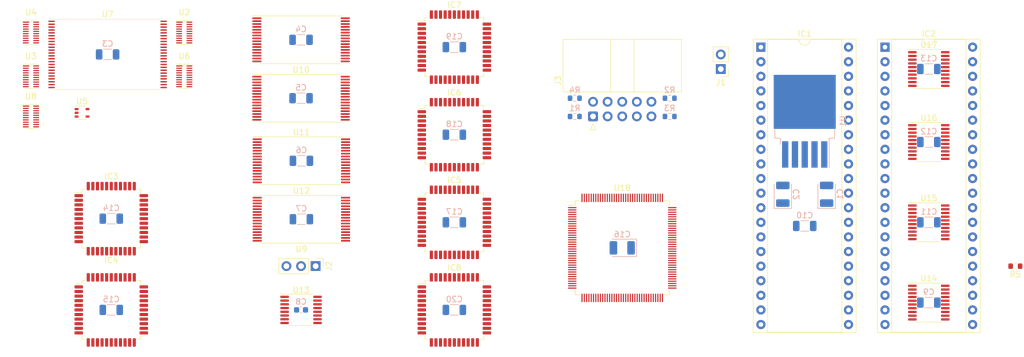
<source format=kicad_pcb>
(kicad_pcb (version 20211014) (generator pcbnew)
  (title_block (title "Z80 CPU INTERPOSER") (date "2022-10-21") (rev "1030211022") (company "LISTOFOPTIONS"))
  (layers (0 "F.Cu" signal) (31 "B.Cu" signal) (34 "B.Paste" user) (35 "F.Paste" user) (36 "B.SilkS" user "B.Silkscreen") (37 "F.SilkS" user "F.Silkscreen") (38 "B.Mask" user) (39 "F.Mask" user) (44 "Edge.Cuts" user))
  (net 0 "")
  (net 1 "+5V")
  (net 2 "GND")
  (net 3 "+3V3")
  (net 4 "/BRAINS/XAB11")
  (net 5 "/BRAINS/AB11")
  (net 6 "/BRAINS/AB12")
  (net 7 "/BRAINS/AB13")
  (net 8 "/BRAINS/AB14")
  (net 9 "/BRAINS/AB15")
  (net 10 "/BRAINS/CLK")
  (net 11 "/BRAINS/DB4")
  (net 12 "/BRAINS/DB3")
  (net 13 "/BRAINS/DB5")
  (net 14 "/BRAINS/DB6")
  (net 15 "/BRAINS/DB2")
  (net 16 "/BRAINS/DB7")
  (net 17 "/BRAINS/DB0")
  (net 18 "/BRAINS/DB1")
  (net 20 "/BRAINS/XAB12")
  (net 21 "/BRAINS/~{MREQ}")
  (net 22 "/BRAINS/~{IOREQ}")
  (net 23 "/BRAINS/~{RD}")
  (net 24 "/BRAINS/~{WR}")
  (net 25 "/BRAINS/XAB13")
  (net 26 "/BRAINS/~{WAIT}")
  (net 27 "/BRAINS/~{RST}")
  (net 28 "/BRAINS/~{M1}")
  (net 29 "/BRAINS/XAB14")
  (net 30 "/BRAINS/AB0")
  (net 31 "/BRAINS/AB1")
  (net 32 "/BRAINS/AB2")
  (net 33 "/BRAINS/AB3")
  (net 34 "/BRAINS/AB4")
  (net 35 "/BRAINS/AB5")
  (net 36 "/BRAINS/AB6")
  (net 37 "/BRAINS/AB7")
  (net 38 "/BRAINS/AB8")
  (net 39 "/BRAINS/AB9")
  (net 40 "/BRAINS/AB10")
  (net 41 "/BRAINS/~{NMI}")
  (net 42 "/BRAINS/~{INT}")
  (net 43 "/BRAINS/~{BUSAK}")
  (net 44 "/BRAINS/~{HALT}")
  (net 45 "/BRAINS/~{BUSREQ}")
  (net 46 "/BRAINS/XAB15")
  (net 47 "/BRAINS/EDB4")
  (net 48 "/BRAINS/EDB3")
  (net 49 "/BRAINS/EDB5")
  (net 50 "/BRAINS/EDB6")
  (net 51 "/BRAINS/EDB2")
  (net 52 "/BRAINS/EDB7")
  (net 53 "/BRAINS/EDB0")
  (net 54 "/BRAINS/EDB1")
  (net 55 "/DMA/~{DMASEL_{0}}")
  (net 56 "/BRAINS/~{XMREQ}")
  (net 57 "/BRAINS/~{XIOREQ}")
  (net 58 "/BRAINS/~{XRD}")
  (net 59 "/BRAINS/~{XWR}")
  (net 60 "/BRAINS/~{XM1}")
  (net 61 "/BRAINS/~{RFSH}")
  (net 62 "/BRAINS/XAB0")
  (net 63 "/BRAINS/XAB1")
  (net 64 "/BRAINS/XAB2")
  (net 66 "/BRAINS/XAB3")
  (net 67 "/BRAINS/XAB4")
  (net 68 "/BRAINS/XAB5")
  (net 69 "/BRAINS/XAB6")
  (net 70 "/BRAINS/XAB7")
  (net 71 "/BRAINS/XAB8")
  (net 72 "/BRAINS/XAB9")
  (net 73 "/BRAINS/XAB10")
  (net 79 "/DMA/~{DMASEL_{1}}")
  (net 80 "/DMA/RDY0")
  (net 83 "/DMA/RDY1")
  (net 84 "Net-(IC5-Pad15)")
  (net 85 "/DMA/~{DMASEL_{2}}")
  (net 86 "Net-(IC3-Pad19)")
  (net 91 "/DMA/~{DMASEL_{3}}")
  (net 92 "/GLUE/~{TI0}")
  (net 96 "/ROM/~{WRPR}")
  (net 99 "Net-(IC4-Pad19)")
  (net 105 "/RAM/RDB0")
  (net 106 "/RAM/RDB1")
  (net 107 "/RAM/RDB2")
  (net 108 "/RAM/RDB3")
  (net 109 "/RAM/RDB4")
  (net 110 "/RAM/RDB5")
  (net 111 "/RAM/RDB6")
  (net 112 "/RAM/RDB7")
  (net 118 "/DMA/RDY2")
  (net 120 "/DMA/RDY3")
  (net 121 "/RAM/RAB0")
  (net 122 "/RAM/RAB1")
  (net 123 "/RAM/RAB2")
  (net 124 "/RAM/RAB3")
  (net 125 "/RAM/RAB4")
  (net 126 "/RAM/RAB5")
  (net 127 "/RAM/RAB6")
  (net 128 "/RAM/RAB7")
  (net 136 "/RAM/RAB8")
  (net 137 "/RAM/RAB9")
  (net 138 "/RAM/RAB10")
  (net 139 "/RAM/RAB11")
  (net 140 "/RAM/RAB12")
  (net 141 "/RAM/RAB13")
  (net 142 "/RAM/RAB14")
  (net 143 "/RAM/RAB15")
  (net 148 "Net-(IC6-Pad15)")
  (net 149 "/GLUE/~{TI1}")
  (net 150 "Net-(IC7-Pad15)")
  (net 152 "Net-(U5-Pad4)")
  (net 153 "/RAM/RAB16")
  (net 154 "/RAM/RAB17")
  (net 155 "/RAM/RAB18")
  (net 156 "/RAM/RAB19")
  (net 157 "/RAM/RAB20")
  (net 164 "Net-(U7-Pad11)")
  (net 166 "Net-(U7-Pad26)")
  (net 167 "Net-(U7-Pad28)")
  (net 170 "/RAM/~{WR}")
  (net 171 "/GLUE/EAB7")
  (net 172 "/GLUE/EAB6")
  (net 173 "/GLUE/EAB5")
  (net 174 "/GLUE/EAB4")
  (net 179 "/GLUE/EAB3")
  (net 180 "/GLUE/EAB2")
  (net 181 "/GLUE/EAB1")
  (net 182 "/GLUE/EAB0")
  (net 183 "/GLUE/EAB15")
  (net 184 "/GLUE/EAB14")
  (net 185 "/GLUE/EAB13")
  (net 186 "/GLUE/EAB12")
  (net 187 "/GLUE/EAB11")
  (net 188 "/GLUE/EAB10")
  (net 189 "/GLUE/EAB9")
  (net 190 "/GLUE/EAB8")
  (net 191 "/GLUE/EAB20")
  (net 192 "/GLUE/EAB19")
  (net 193 "/GLUE/EAB18")
  (net 194 "/GLUE/EAB17")
  (net 195 "/GLUE/EAB16")
  (net 196 "/GLUE/~{RAM}")
  (net 197 "/RAM/~{RD}")
  (net 198 "/ROM/~{ROM0}")
  (net 199 "/ROM/~{ROM_{1}}")
  (net 200 "/ROM/~{ROM_{2}}")
  (net 201 "/ROM/~{ROM_{3}}")
  (net 202 "/GLUE/~{ROM}")
  (net 203 "/GLUE/TDI")
  (net 204 "/GLUE/TMS")
  (net 205 "/GLUE/EAB21")
  (net 206 "/GLUE/TCK")
  (net 209 "/GLUE/TDO")
  (net 210 "/DMA/~{DMA}")
  (net 211 "/BRAINS/~{SYS}")
  (net 236 "/BRAINS/DIR")
  (footprint "Connector_PinHeader_2.54mm:PinHeader_1x03_P2.54mm_Vertical" (layer "F.Cu") (at 110.49 100.33 -90)
    (fp_text reference "J2")
    (fp_text value "WRITE PROTECT")
  )
  (footprint "Package_TO_SOT_SMD:SOT-353_SC-70-5" (layer "F.Cu") (at 69.85 73.66)
    (fp_text reference "U5")
    (fp_text value "74LVC1G04")
  )
  (footprint "Package_SON:USON-20_2x4mm_P0.4mm" (layer "F.Cu") (at 87.63 59.69)
    (fp_text reference "U2")
    (fp_text value "TXB0108DQSR")
  )
  (footprint "Package_QFP:LQFP-44_10x10mm_P0.8mm" (layer "F.Cu") (at 74.93 107.95)
    (fp_text reference "IC4")
    (fp_text value "CTC-QFP-44")
  )
  (footprint "Package_SO:TSOP-I-48_18.4x12mm_P0.5mm" (layer "F.Cu") (at 74.295 63.5)
    (fp_text reference "U7")
    (fp_text value "AS6C1616")
  )
  (footprint "Package_SO:TSSOP-20_4.4x6.5mm_P0.65mm" (layer "F.Cu") (at 217.17 66.04)
    (fp_text reference "U17")
    (fp_text value "74HC245")
  )
  (footprint "Package_DIP:DIP-40_W15.24mm_Socket" (layer "F.Cu") (at 209.545 62.235)
    (fp_text reference "IC2")
    (fp_text value "Z80CPU-DIP-SOCKET")
  )
  (footprint "Package_DIP:DIP-40_W15.24mm_Socket" (layer "F.Cu") (at 187.955 62.235)
    (fp_text reference "IC1")
    (fp_text value "Aries 40-600-21")
  )
  (footprint "Package_SON:USON-20_2x4mm_P0.4mm" (layer "F.Cu") (at 60.96 67.31)
    (fp_text reference "U3")
    (fp_text value "TXB0108DQSR")
  )
  (footprint "Package_SON:USON-20_2x4mm_P0.4mm" (layer "F.Cu") (at 87.63 67.31)
    (fp_text reference "U6")
    (fp_text value "TXB0108DQSR")
  )
  (footprint "Package_QFP:LQFP-44_10x10mm_P0.8mm" (layer "F.Cu") (at 134.62 107.95)
    (fp_text reference "IC8")
    (fp_text value "DMA-PLCC-44-CMOS")
  )
  (footprint "Package_QFP:LQFP-44_10x10mm_P0.8mm" (layer "F.Cu") (at 74.93 92.075)
    (fp_text reference "IC3")
    (fp_text value "CTC-QFP-44")
  )
  (footprint "Package_SO:TSOP-I-32_14.4x8mm_P0.5mm" (layer "F.Cu") (at 108.01 92.17)
    (fp_text reference "U12")
    (fp_text value "SST39SF040")
  )
  (footprint "Resistor_SMD:R_0603_1608Metric" (layer "F.Cu") (at 232.23 100.34 180)
    (fp_text reference "R5")
    (fp_text value "10k")
  )
  (footprint "Package_SON:USON-20_2x4mm_P0.4mm" (layer "F.Cu") (at 60.96 74.295)
    (fp_text reference "U8")
    (fp_text value "TXB0108DQSR")
  )
  (footprint "Package_SO:TSSOP-20_4.4x6.5mm_P0.65mm" (layer "F.Cu") (at 217.17 106.68)
    (fp_text reference "U14")
    (fp_text value "74HC245")
  )
  (footprint "Package_SO:TSSOP-16_4.4x5mm_P0.65mm" (layer "F.Cu") (at 107.95 107.95)
    (fp_text reference "U13")
    (fp_text value "74AHC139")
  )
  (footprint "Package_QFP:LQFP-44_10x10mm_P0.8mm" (layer "F.Cu") (at 134.62 77.47)
    (fp_text reference "IC6")
    (fp_text value "DMA-PLCC-44-CMOS")
  )
  (footprint "Package_QFP:TQFP-144_16x16mm_P0.4mm" (layer "F.Cu") (at 163.83 97.155)
    (fp_text reference "U18")
    (fp_text value "ATF1508-100")
  )
  (footprint "Package_SO:TSSOP-20_4.4x6.5mm_P0.65mm" (layer "F.Cu") (at 217.17 78.74)
    (fp_text reference "U16")
    (fp_text value "74HC245")
  )
  (footprint "Connector_IDC:IDC-Header_2x05_P2.54mm_Horizontal" (layer "F.Cu") (at 158.75 74.2775 90)
    (fp_text reference "J3")
    (fp_text value "AVR-JTAG-10")
  )
  (footprint "Package_SON:USON-20_2x4mm_P0.4mm" (layer "F.Cu") (at 60.96 59.69)
    (fp_text reference "U4")
    (fp_text value "TXB0108DQSR")
  )
  (footprint "Package_SO:TSSOP-20_4.4x6.5mm_P0.65mm" (layer "F.Cu") (at 217.17 92.71)
    (fp_text reference "U15")
    (fp_text value "74HC245")
  )
  (footprint "Package_QFP:LQFP-44_10x10mm_P0.8mm" (layer "F.Cu") (at 134.62 62.23)
    (fp_text reference "IC7")
    (fp_text value "DMA-PLCC-44-CMOS")
  )
  (footprint "Package_QFP:LQFP-44_10x10mm_P0.8mm" (layer "F.Cu") (at 134.62 92.71)
    (fp_text reference "IC5")
    (fp_text value "DMA-PLCC-44-CMOS")
  )
  (footprint "Package_SO:TSOP-I-32_14.4x8mm_P0.5mm" (layer "F.Cu") (at 107.95 60.96)
    (fp_text reference "U9")
    (fp_text value "SST39SF040")
  )
  (footprint "Package_SO:TSOP-I-32_14.4x8mm_P0.5mm" (layer "F.Cu") (at 108.01 82.01)
    (fp_text reference "U11")
    (fp_text value "SST39SF040")
  )
  (footprint "Connector_PinHeader_2.54mm:PinHeader_1x02_P2.54mm_Vertical" (layer "F.Cu") (at 180.975 66.045 180)
    (fp_text reference "J1")
    (fp_text value "5V EXTRA")
  )
  (footprint "Package_SO:TSOP-I-32_14.4x8mm_P0.5mm" (layer "F.Cu") (at 107.95 71.12)
    (fp_text reference "U10")
    (fp_text value "SST39SF040")
  )
  (footprint "Capacitor_SMD:C_1206_3216Metric" (layer "B.Cu") (at 217.17 78.74 180)
    (fp_text reference "C12")
    (fp_text value "0U1")
  )
  (footprint "Capacitor_SMD:C_1206_3216Metric" (layer "B.Cu") (at 108.01 82.01 180)
    (fp_text reference "C6")
    (fp_text value "1U")
  )
  (footprint "Capacitor_SMD:C_1206_3216Metric" (layer "B.Cu") (at 74.93 92.075 180)
    (fp_text reference "C14")
    (fp_text value "1U")
  )
  (footprint "Capacitor_SMD:C_1206_3216Metric" (layer "B.Cu") (at 134.62 92.71 180)
    (fp_text reference "C17")
    (fp_text value "1U")
  )
  (footprint "Capacitor_SMD:C_1206_3216Metric" (layer "B.Cu") (at 74.93 107.95 180)
    (fp_text reference "C15")
    (fp_text value "1U")
  )
  (footprint "Package_TO_SOT_SMD:TO-263-5_TabPin3" (layer "B.Cu") (at 195.58 75.13 90)
    (fp_text reference "U1")
    (fp_text value "LP3963-3.3")
  )
  (footprint "Capacitor_SMD:C_1206_3216Metric" (layer "B.Cu") (at 217.17 66.04 180)
    (fp_text reference "C13")
    (fp_text value "0U1")
  )
  (footprint "Capacitor_Tantalum_SMD:CP_EIA-3528-15_AVX-H" (layer "B.Cu") (at 199.39 87.83 90)
    (fp_text reference "C1")
    (fp_text value "100U TANT")
  )
  (footprint "Capacitor_SMD:C_1206_3216Metric" (layer "B.Cu") (at 217.17 92.71 180)
    (fp_text reference "C11")
    (fp_text value "0U1")
  )
  (footprint "Capacitor_SMD:C_1206_3216Metric" (layer "B.Cu") (at 74.295 63.5 180)
    (fp_text reference "C3")
    (fp_text value "1U")
  )
  (footprint "Capacitor_Tantalum_SMD:CP_EIA-3528-15_AVX-H" (layer "B.Cu") (at 191.77 87.83 90)
    (fp_text reference "C2")
    (fp_text value "100U TANT")
  )
  (footprint "Capacitor_SMD:C_0603_1608Metric" (layer "B.Cu") (at 107.95 107.95 180)
    (fp_text reference "C8")
    (fp_text value "0U1")
  )
  (footprint "Capacitor_SMD:C_1206_3216Metric" (layer "B.Cu") (at 108.01 92.17 180)
    (fp_text reference "C7")
    (fp_text value "1U")
  )
  (footprint "Resistor_SMD:R_0603_1608Metric" (layer "B.Cu") (at 155.575 74.295 180)
    (fp_text reference "R1")
    (fp_text value "4K7")
  )
  (footprint "Capacitor_SMD:C_1206_3216Metric" (layer "B.Cu") (at 134.62 62.23 180)
    (fp_text reference "C19")
    (fp_text value "1U")
  )
  (footprint "Capacitor_SMD:C_1206_3216Metric" (layer "B.Cu") (at 217.17 106.68 180)
    (fp_text reference "C9")
    (fp_text value "0U1")
  )
  (footprint "Resistor_SMD:R_0603_1608Metric" (layer "B.Cu") (at 172.085 71.12 180)
    (fp_text reference "R2")
    (fp_text value "4K7")
  )
  (footprint "Capacitor_SMD:C_1206_3216Metric" (layer "B.Cu") (at 107.95 71.12 180)
    (fp_text reference "C5")
    (fp_text value "1U")
  )
  (footprint "Resistor_SMD:R_0603_1608Metric" (layer "B.Cu") (at 172.085 74.295 180)
    (fp_text reference "R3")
    (fp_text value "4K7")
  )
  (footprint "Capacitor_SMD:C_1206_3216Metric" (layer "B.Cu") (at 195.58 93.345 180)
    (fp_text reference "C10")
    (fp_text value "1U")
  )
  (footprint "Capacitor_Tantalum_SMD:CP_EIA-3528-15_AVX-H" (layer "B.Cu") (at 163.83 97.155 180)
    (fp_text reference "C16")
    (fp_text value "10U TANT")
  )
  (footprint "Resistor_SMD:R_0603_1608Metric" (layer "B.Cu") (at 155.575 71.12 180)
    (fp_text reference "R4")
    (fp_text value "10K")
  )
  (footprint "Capacitor_SMD:C_1206_3216Metric" (layer "B.Cu") (at 134.62 77.47 180)
    (fp_text reference "C18")
    (fp_text value "1U")
  )
  (footprint "Capacitor_SMD:C_1206_3216Metric" (layer "B.Cu") (at 134.62 107.95 180)
    (fp_text reference "C20")
    (fp_text value "1U")
  )
  (footprint "Capacitor_SMD:C_1206_3216Metric" (layer "B.Cu") (at 107.95 60.96 180)
    (fp_text reference "C4")
    (fp_text value "1U")
  )
)
</source>
